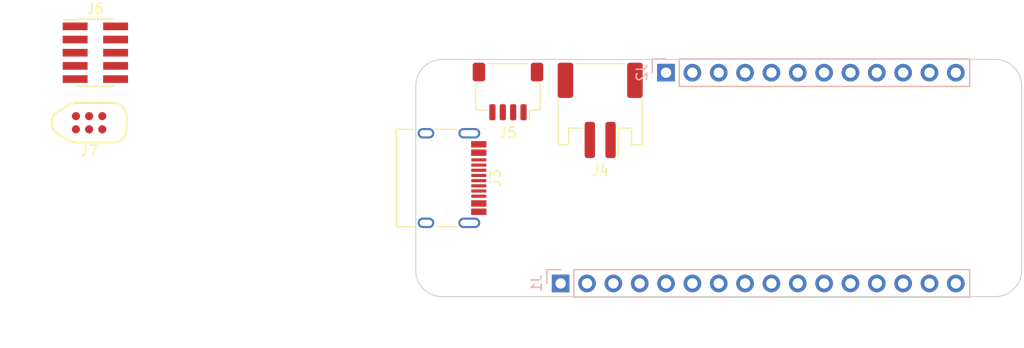
<source format=kicad_pcb>
(kicad_pcb (version 20221018) (generator pcbnew)
  (layers (0 "F.Cu" signal) (31 "B.Cu" signal) (34 "B.Paste" user) (35 "F.Paste" user) (36 "B.SilkS" user "B.Silkscreen") (37 "F.SilkS" user "F.Silkscreen") (38 "B.Mask" user) (39 "F.Mask" user) (44 "Edge.Cuts" user))
  (net 0 "")
  (net 1 "/D-")
  (net 2 "GND")
  (net 3 "/D+")
  (net 8 "Net-(J3-VBUS-PadA4)")
  (net 9 "+3.3V")
  (net 10 "/~{RESET}")
  (net 11 "/AREF")
  (net 12 "/A0")
  (net 13 "/A1")
  (net 14 "/A2")
  (net 15 "/A3")
  (net 16 "/A4{slash}D24")
  (net 17 "/A5{slash}D25")
  (net 18 "/SCK")
  (net 19 "/MOSI")
  (net 20 "/MISO")
  (net 21 "/RX{slash}D0")
  (net 22 "/TX{slash}D1")
  (net 23 "/<USER_DEFINED>")
  (net 24 "+BATT")
  (net 25 "/ENABLE")
  (net 26 "/VUSB")
  (net 27 "/D13")
  (net 28 "/D12")
  (net 29 "/D11")
  (net 30 "/D10")
  (net 31 "/D9")
  (net 32 "/D6")
  (net 33 "/D5")
  (net 34 "/SCL")
  (net 35 "/SDA")
  (net 36 "/QWIIC_SCL")
  (net 37 "/QWIIC_SDA")
  (net 38 "VCC")
  (net 39 "/SWDIO")
  (net 40 "/SWCLK")
  (net 41 "/SWO")
  (footprint "MountingHole:MountingHole_2.5mm" (layer "F.Cu") (at 121.92 53.34)
    (fp_text reference "H4" hide)
    (fp_text value "MountingHole" hide)
    (pad "" np_thru_hole circle locked (at 0 0) (size 2.5 2.5) (drill 2.5) (layers "*.Cu" "*.Mask"))
  )
  (footprint "Connector_JST:JST_PH_S2B-PH-SM4-TB_1x02-1MP_P2.00mm_Horizontal" (layer "F.Cu") (at 83.82 37.928 180)
    (fp_text reference "J4" (at 0 -5.8) (layer "F.SilkS"))
    (fp_text value "Conn_01x02_MountingPin")
    (fp_line (start -4.06 -3.31) (end -3.04 -3.31) (stroke (width 0.12)) (layer "F.SilkS"))
    (fp_line (start -4.06 0.94) (end -4.06 -3.31) (stroke (width 0.12)) (layer "F.SilkS"))
    (fp_line (start -3.04 -3.31) (end -3.04 -1.71) (stroke (width 0.12)) (layer "F.SilkS"))
    (fp_line (start -3.04 -1.71) (end -1.76 -1.71) (stroke (width 0.12)) (layer "F.SilkS"))
    (fp_line (start -2.34 4.51) (end 2.34 4.51) (stroke (width 0.12)) (layer "F.SilkS"))
    (fp_line (start -1.76 -1.71) (end -1.76 -4.6) (stroke (width 0.12)) (layer "F.SilkS"))
    (fp_line (start 3.04 -3.31) (end 3.04 -1.71) (stroke (width 0.12)) (layer "F.SilkS"))
    (fp_line (start 3.04 -1.71) (end 1.76 -1.71) (stroke (width 0.12)) (layer "F.SilkS"))
    (fp_line (start 4.06 -3.31) (end 3.04 -3.31) (stroke (width 0.12)) (layer "F.SilkS"))
    (fp_line (start 4.06 0.94) (end 4.06 -3.31) (stroke (width 0.12)) (layer "F.SilkS"))
    (pad "1" smd roundrect locked (at -1 -2.85 180) (size 1 3.5) (layers "F.Cu" "F.Paste" "F.Mask") (net 24 "+BATT"))
    (pad "2" smd roundrect locked (at 1 -2.85 180) (size 1 3.5) (layers "F.Cu" "F.Paste" "F.Mask") (net 2 "GND"))
    (pad "MP" smd roundrect locked (at -3.35 2.9 180) (size 1.5 3.4) (layers "F.Cu" "F.Paste" "F.Mask") (roundrect_rratio 0.166667) (net 2 "GND"))
    (pad "MP" smd roundrect locked (at 3.35 2.9 180) (size 1.5 3.4) (layers "F.Cu" "F.Paste" "F.Mask") (roundrect_rratio 0.166667) (net 2 "GND"))
  )
  (footprint "MountingHole:MountingHole_2.5mm" (layer "F.Cu") (at 121.92 35.56)
    (fp_text reference "H2" hide)
    (fp_text value "MountingHole" hide)
    (pad "" np_thru_hole circle locked (at 0 0) (size 2.5 2.5) (drill 2.5) (layers "*.Cu" "*.Mask"))
  )
  (footprint "Connector_USB:USB_C_Receptacle_HRO_TYPE-C-31-M-12" (layer "F.Cu") (at 68.072 44.45 -90)
    (fp_text reference "J3" (at 0 -5.645 90) (layer "F.SilkS"))
    (fp_text value "USB_C_Receptacle_USB2.0_16P")
    (fp_line (start -4.7 -1.9) (end -4.7 0.1) (stroke (width 0.12)) (layer "F.SilkS"))
    (fp_line (start -4.7 2) (end -4.7 3.9) (stroke (width 0.12)) (layer "F.SilkS"))
    (fp_line (start -4.7 3.9) (end 4.7 3.9) (stroke (width 0.12)) (layer "F.SilkS"))
    (fp_line (start 4.7 -1.9) (end 4.7 0.1) (stroke (width 0.12)) (layer "F.SilkS"))
    (fp_line (start 4.7 2) (end 4.7 3.9) (stroke (width 0.12)) (layer "F.SilkS"))
    (pad "" np_thru_hole circle (at -2.89 -2.6 270) (size 0.65 0.65) (drill 0.65) (layers "*.Cu" "*.Mask"))
    (pad "" np_thru_hole circle (at 2.89 -2.6 270) (size 0.65 0.65) (drill 0.65) (layers "*.Cu" "*.Mask"))
    (pad "A1" smd rect (at -3.25 -4.045 270) (size 0.6 1.45) (layers "F.Cu" "F.Paste" "F.Mask") (net 2 "GND"))
    (pad "A4" smd rect (at -2.45 -4.045 270) (size 0.6 1.45) (layers "F.Cu" "F.Paste" "F.Mask") (net 8 "Net-(J3-VBUS-PadA4)"))
    (pad "A5" smd rect (at -1.25 -4.045 270) (size 0.3 1.45) (layers "F.Cu" "F.Paste" "F.Mask"))
    (pad "A6" smd rect (at -0.25 -4.045 270) (size 0.3 1.45) (layers "F.Cu" "F.Paste" "F.Mask") (net 3 "/D+"))
    (pad "A7" smd rect (at 0.25 -4.045 270) (size 0.3 1.45) (layers "F.Cu" "F.Paste" "F.Mask") (net 1 "/D-"))
    (pad "A8" smd rect (at 1.25 -4.045 270) (size 0.3 1.45) (layers "F.Cu" "F.Paste" "F.Mask"))
    (pad "A9" smd rect (at 2.45 -4.045 270) (size 0.6 1.45) (layers "F.Cu" "F.Paste" "F.Mask") (net 8 "Net-(J3-VBUS-PadA4)"))
    (pad "A12" smd rect (at 3.25 -4.045 270) (size 0.6 1.45) (layers "F.Cu" "F.Paste" "F.Mask") (net 2 "GND"))
    (pad "B1" smd rect (at 3.25 -4.045 270) (size 0.6 1.45) (layers "F.Cu" "F.Paste" "F.Mask") (net 2 "GND"))
    (pad "B4" smd rect (at 2.45 -4.045 270) (size 0.6 1.45) (layers "F.Cu" "F.Paste" "F.Mask") (net 8 "Net-(J3-VBUS-PadA4)"))
    (pad "B5" smd rect (at 1.75 -4.045 270) (size 0.3 1.45) (layers "F.Cu" "F.Paste" "F.Mask"))
    (pad "B6" smd rect (at 0.75 -4.045 270) (size 0.3 1.45) (layers "F.Cu" "F.Paste" "F.Mask") (net 3 "/D+"))
    (pad "B7" smd rect (at -0.75 -4.045 270) (size 0.3 1.45) (layers "F.Cu" "F.Paste" "F.Mask") (net 1 "/D-"))
    (pad "B8" smd rect (at -1.75 -4.045 270) (size 0.3 1.45) (layers "F.Cu" "F.Paste" "F.Mask"))
    (pad "B9" smd rect (at -2.45 -4.045 270) (size 0.6 1.45) (layers "F.Cu" "F.Paste" "F.Mask") (net 8 "Net-(J3-VBUS-PadA4)"))
    (pad "B12" smd rect (at -3.25 -4.045 270) (size 0.6 1.45) (layers "F.Cu" "F.Paste" "F.Mask") (net 2 "GND"))
    (pad "S1" thru_hole oval (at -4.32 -3.13 270) (size 1 2.1) (drill oval 0.6 1.7) (layers "*.Cu" "*.Mask") (net 2 "GND"))
    (pad "S1" thru_hole oval (at -4.32 1.05 270) (size 1 1.6) (drill oval 0.6 1.2) (layers "*.Cu" "*.Mask") (net 2 "GND"))
    (pad "S1" thru_hole oval (at 4.32 -3.13 270) (size 1 2.1) (drill oval 0.6 1.7) (layers "*.Cu" "*.Mask") (net 2 "GND"))
    (pad "S1" thru_hole oval (at 4.32 1.05 270) (size 1 1.6) (drill oval 0.6 1.2) (layers "*.Cu" "*.Mask") (net 2 "GND"))
  )
  (footprint "MountingHole:MountingHole_2.5mm" (layer "F.Cu") (at 68.58 53.34)
    (fp_text reference "H3" hide)
    (fp_text value "MountingHole" hide)
    (pad "" np_thru_hole circle locked (at 0 0) (size 2.5 2.5) (drill 2.5) (layers "*.Cu" "*.Mask"))
  )
  (footprint "PCM_marbastlib-various:CON_TC2030_outlined" (layer "F.Cu") (at 34.544 39.116)
    (fp_text reference "J7" (at 0 2.7) (layer "F.SilkS"))
    (fp_text value "TC2030_SWD" hide)
    (fp_line (start -3.6195 0.008049) (end -3.6195 -0.008049) (stroke (width 0.2)) (layer "F.SilkS"))
    (fp_line (start -3.026877 -1.057203) (end -1.976732 -1.690178) (stroke (width 0.2)) (layer "F.SilkS"))
    (fp_line (start -1.976732 1.690178) (end -3.026877 1.057203) (stroke (width 0.2)) (layer "F.SilkS"))
    (fp_line (start -1.202392 -1.9055) (end 2.3195 -1.9055) (stroke (width 0.2)) (layer "F.SilkS"))
    (fp_line (start 2.3195 1.9055) (end -1.202392 1.9055) (stroke (width 0.2)) (layer "F.SilkS"))
    (fp_line (start 3.6195 -0.605499) (end 3.6195 0.605499) (stroke (width 0.2)) (layer "F.SilkS"))
    (fp_arc (start -3.6195 -0.008049) (mid -3.461104 -0.610529) (end -3.026877 -1.057203) (stroke (width 0.2)) (layer "F.SilkS"))
    (fp_arc (start -3.026877 1.057203) (mid -3.461104 0.610528) (end -3.6195 0.008049) (stroke (width 0.2)) (layer "F.SilkS"))
    (fp_arc (start -1.976732 -1.690178) (mid -1.604252 -1.850667) (end -1.202392 -1.9055) (stroke (width 0.2)) (layer "F.SilkS"))
    (fp_arc (start -1.202392 1.9055) (mid -1.604252 1.850667) (end -1.976732 1.690178) (stroke (width 0.2)) (layer "F.SilkS"))
    (fp_arc (start 2.319501 -1.9055) (mid 3.23874 -1.524738) (end 3.6195 -0.605499) (stroke (width 0.2)) (layer "F.SilkS"))
    (fp_arc (start 3.6195 0.605498) (mid 3.238739 1.524738) (end 2.3195 1.9055) (stroke (width 0.2)) (layer "F.SilkS"))
    (pad "" np_thru_hole circle (at -2.54 0) (size 0.9906 0.9906) (drill 0.9906) (layers "*.Cu" "*.Mask"))
    (pad "" np_thru_hole circle (at 2.54 -1.016) (size 0.9906 0.9906) (drill 0.9906) (layers "*.Cu" "*.Mask"))
    (pad "" np_thru_hole circle (at 2.54 1.016) (size 0.9906 0.9906) (drill 0.9906) (layers "*.Cu" "*.Mask"))
    (pad "1" connect circle (at -1.27 0.635) (size 0.7874 0.7874) (layers "F.Cu" "F.Mask") (net 38 "VCC"))
    (pad "2" connect circle (at -1.27 -0.635) (size 0.7874 0.7874) (layers "F.Cu" "F.Mask") (net 39 "/SWDIO"))
    (pad "3" connect circle (at 0 0.635) (size 0.7874 0.7874) (layers "F.Cu" "F.Mask") (net 10 "/~{RESET}"))
    (pad "4" connect circle (at 0 -0.635) (size 0.7874 0.7874) (layers "F.Cu" "F.Mask") (net 40 "/SWCLK"))
    (pad "5" connect circle (at 1.27 0.635) (size 0.7874 0.7874) (layers "F.Cu" "F.Mask") (net 2 "GND"))
    (pad "6" connect circle (at 1.27 -0.635) (size 0.7874 0.7874) (layers "F.Cu" "F.Mask") (net 41 "/SWO"))
  )
  (footprint "MountingHole:MountingHole_2.5mm" (layer "F.Cu") (at 68.58 35.56)
    (fp_text reference "H1" hide)
    (fp_text value "MountingHole" hide)
    (pad "" np_thru_hole circle locked (at 0 0) (size 2.5 2.5) (drill 2.5) (layers "*.Cu" "*.Mask"))
  )
  (footprint "Connector_PinHeader_1.27mm:PinHeader_2x05_P1.27mm_Vertical_SMD" (layer "F.Cu") (at 35.1495 32.366)
    (fp_text reference "J6" (at 0 -4.235) (layer "F.SilkS"))
    (fp_text value "Conn_ARM_JTAG_SWD_10")
    (fp_line (start -3.09 -3.17) (end -1.765 -3.17) (stroke (width 0.12)) (layer "F.SilkS"))
    (fp_line (start -1.765 -3.235) (end -1.765 -3.17) (stroke (width 0.12)) (layer "F.SilkS"))
    (fp_line (start -1.765 -3.235) (end 1.765 -3.235) (stroke (width 0.12)) (layer "F.SilkS"))
    (fp_line (start -1.765 3.17) (end -1.765 3.235) (stroke (width 0.12)) (layer "F.SilkS"))
    (fp_line (start -1.765 3.235) (end 1.765 3.235) (stroke (width 0.12)) (layer "F.SilkS"))
    (fp_line (start 1.765 -3.235) (end 1.765 -3.17) (stroke (width 0.12)) (layer "F.SilkS"))
    (fp_line (start 1.765 3.17) (end 1.765 3.235) (stroke (width 0.12)) (layer "F.SilkS"))
    (pad "1" smd rect (at -1.95 -2.54) (size 2.4 0.74) (layers "F.Cu" "F.Paste" "F.Mask") (net 38 "VCC"))
    (pad "2" smd rect (at 1.95 -2.54) (size 2.4 0.74) (layers "F.Cu" "F.Paste" "F.Mask") (net 39 "/SWDIO"))
    (pad "3" smd rect (at -1.95 -1.27) (size 2.4 0.74) (layers "F.Cu" "F.Paste" "F.Mask") (net 2 "GND"))
    (pad "4" smd rect (at 1.95 -1.27) (size 2.4 0.74) (layers "F.Cu" "F.Paste" "F.Mask") (net 40 "/SWCLK"))
    (pad "5" smd rect (at -1.95 0) (size 2.4 0.74) (layers "F.Cu" "F.Paste" "F.Mask") (net 2 "GND"))
    (pad "6" smd rect (at 1.95 0) (size 2.4 0.74) (layers "F.Cu" "F.Paste" "F.Mask") (net 41 "/SWO"))
    (pad "7" smd rect (at -1.95 1.27) (size 2.4 0.74) (layers "F.Cu" "F.Paste" "F.Mask"))
    (pad "8" smd rect (at 1.95 1.27) (size 2.4 0.74) (layers "F.Cu" "F.Paste" "F.Mask"))
    (pad "9" smd rect (at -1.95 2.54) (size 2.4 0.74) (layers "F.Cu" "F.Paste" "F.Mask") (net 2 "GND"))
    (pad "10" smd rect (at 1.95 2.54) (size 2.4 0.74) (layers "F.Cu" "F.Paste" "F.Mask") (net 10 "/~{RESET}"))
  )
  (footprint "Connector_JST:JST_SH_SM04B-SRSS-TB_1x04-1MP_P1.00mm_Horizontal" (layer "F.Cu") (at 74.93 36.103 180)
    (fp_text reference "J5" (at 0 -3.98) (layer "F.SilkS"))
    (fp_text value "Conn_01x04_MountingPin")
    (fp_line (start -3.11 -1.785) (end -2.06 -1.785) (stroke (width 0.12)) (layer "F.SilkS"))
    (fp_line (start -3.11 0.715) (end -3.11 -1.785) (stroke (width 0.12)) (layer "F.SilkS"))
    (fp_line (start -2.06 -1.785) (end -2.06 -2.775) (stroke (width 0.12)) (layer "F.SilkS"))
    (fp_line (start -1.94 2.685) (end 1.94 2.685) (stroke (width 0.12)) (layer "F.SilkS"))
    (fp_line (start 3.11 -1.785) (end 2.06 -1.785) (stroke (width 0.12)) (layer "F.SilkS"))
    (fp_line (start 3.11 0.715) (end 3.11 -1.785) (stroke (width 0.12)) (layer "F.SilkS"))
    (pad "1" smd roundrect locked (at -1.5 -2 180) (size 0.6 1.55) (layers "F.Cu" "F.Paste" "F.Mask") (net 2 "GND"))
    (pad "2" smd roundrect locked (at -0.5 -2 180) (size 0.6 1.55) (layers "F.Cu" "F.Paste" "F.Mask") (net 9 "+3.3V"))
    (pad "3" smd roundrect locked (at 0.5 -2 180) (size 0.6 1.55) (layers "F.Cu" "F.Paste" "F.Mask") (net 37 "/QWIIC_SDA"))
    (pad "4" smd roundrect locked (at 1.5 -2 180) (size 0.6 1.55) (layers "F.Cu" "F.Paste" "F.Mask") (net 36 "/QWIIC_SCL"))
    (pad "MP" smd roundrect locked (at -2.8 1.875 180) (size 1.2 1.8) (layers "F.Cu" "F.Paste" "F.Mask") (roundrect_rratio 0.208333) (net 2 "GND"))
    (pad "MP" smd roundrect locked (at 2.8 1.875 180) (size 1.2 1.8) (layers "F.Cu" "F.Paste" "F.Mask") (roundrect_rratio 0.208333) (net 2 "GND"))
  )
  (footprint "Connector_PinHeader_2.54mm:PinHeader_1x16_P2.54mm_Vertical" (layer "B.Cu") (at 80.01 54.61 -90)
    (fp_text reference "J1" (at 0 2.33 90) (layer "B.SilkS") (effects (justify mirror)))
    (fp_text value "Conn_01x16_Pin")
    (fp_line (start -1.33 -39.43) (end 1.33 -39.43) (stroke (width 0.12)) (layer "B.SilkS"))
    (fp_line (start -1.33 -1.27) (end -1.33 -39.43) (stroke (width 0.12)) (layer "B.SilkS"))
    (fp_line (start -1.33 -1.27) (end 1.33 -1.27) (stroke (width 0.12)) (layer "B.SilkS"))
    (fp_line (start -1.33 0) (end -1.33 1.33) (stroke (width 0.12)) (layer "B.SilkS"))
    (fp_line (start -1.33 1.33) (end 0 1.33) (stroke (width 0.12)) (layer "B.SilkS"))
    (fp_line (start 1.33 -1.27) (end 1.33 -39.43) (stroke (width 0.12)) (layer "B.SilkS"))
    (pad "1" thru_hole rect locked (at 0 0 270) (size 1.7 1.7) (drill 1) (layers "*.Cu" "*.Mask") (net 10 "/~{RESET}"))
    (pad "2" thru_hole oval locked (at 0 -2.54 270) (size 1.7 1.7) (drill 1) (layers "*.Cu" "*.Mask") (net 9 "+3.3V"))
    (pad "3" thru_hole oval locked (at 0 -5.08 270) (size 1.7 1.7) (drill 1) (layers "*.Cu" "*.Mask") (net 11 "/AREF"))
    (pad "4" thru_hole oval locked (at 0 -7.62 270) (size 1.7 1.7) (drill 1) (layers "*.Cu" "*.Mask") (net 2 "GND"))
    (pad "5" thru_hole oval locked (at 0 -10.16 270) (size 1.7 1.7) (drill 1) (layers "*.Cu" "*.Mask") (net 12 "/A0"))
    (pad "6" thru_hole oval locked (at 0 -12.7 270) (size 1.7 1.7) (drill 1) (layers "*.Cu" "*.Mask") (net 13 "/A1"))
    (pad "7" thru_hole oval locked (at 0 -15.24 270) (size 1.7 1.7) (drill 1) (layers "*.Cu" "*.Mask") (net 14 "/A2"))
    (pad "8" thru_hole oval locked (at 0 -17.78 270) (size 1.7 1.7) (drill 1) (layers "*.Cu" "*.Mask") (net 15 "/A3"))
    (pad "9" thru_hole oval locked (at 0 -20.32 270) (size 1.7 1.7) (drill 1) (layers "*.Cu" "*.Mask") (net 16 "/A4{slash}D24"))
    (pad "10" thru_hole oval locked (at 0 -22.86 270) (size 1.7 1.7) (drill 1) (layers "*.Cu" "*.Mask") (net 17 "/A5{slash}D25"))
    (pad "11" thru_hole oval locked (at 0 -25.4 270) (size 1.7 1.7) (drill 1) (layers "*.Cu" "*.Mask") (net 18 "/SCK"))
    (pad "12" thru_hole oval locked (at 0 -27.94 270) (size 1.7 1.7) (drill 1) (layers "*.Cu" "*.Mask") (net 19 "/MOSI"))
    (pad "13" thru_hole oval locked (at 0 -30.48 270) (size 1.7 1.7) (drill 1) (layers "*.Cu" "*.Mask") (net 20 "/MISO"))
    (pad "14" thru_hole oval locked (at 0 -33.02 270) (size 1.7 1.7) (drill 1) (layers "*.Cu" "*.Mask") (net 21 "/RX{slash}D0"))
    (pad "15" thru_hole oval locked (at 0 -35.56 270) (size 1.7 1.7) (drill 1) (layers "*.Cu" "*.Mask") (net 22 "/TX{slash}D1"))
    (pad "16" thru_hole oval locked (at 0 -38.1 270) (size 1.7 1.7) (drill 1) (layers "*.Cu" "*.Mask") (net 23 "/<USER_DEFINED>"))
  )
  (footprint "Connector_PinHeader_2.54mm:PinHeader_1x12_P2.54mm_Vertical" (layer "B.Cu") (at 90.17 34.29 -90)
    (fp_text reference "J2" (at 0 2.33 90) (layer "B.SilkS") (effects (justify mirror)))
    (fp_text value "Conn_01x12_Pin")
    (fp_line (start -1.33 -29.27) (end 1.33 -29.27) (stroke (width 0.12)) (layer "B.SilkS"))
    (fp_line (start -1.33 -1.27) (end -1.33 -29.27) (stroke (width 0.12)) (layer "B.SilkS"))
    (fp_line (start -1.33 -1.27) (end 1.33 -1.27) (stroke (width 0.12)) (layer "B.SilkS"))
    (fp_line (start -1.33 0) (end -1.33 1.33) (stroke (width 0.12)) (layer "B.SilkS"))
    (fp_line (start -1.33 1.33) (end 0 1.33) (stroke (width 0.12)) (layer "B.SilkS"))
    (fp_line (start 1.33 -1.27) (end 1.33 -29.27) (stroke (width 0.12)) (layer "B.SilkS"))
    (pad "1" thru_hole rect locked (at 0 0 270) (size 1.7 1.7) (drill 1) (layers "*.Cu" "*.Mask") (net 24 "+BATT"))
    (pad "2" thru_hole oval locked (at 0 -2.54 270) (size 1.7 1.7) (drill 1) (layers "*.Cu" "*.Mask") (net 25 "/ENABLE"))
    (pad "3" thru_hole oval locked (at 0 -5.08 270) (size 1.7 1.7) (drill 1) (layers "*.Cu" "*.Mask") (net 26 "/VUSB"))
    (pad "4" thru_hole oval locked (at 0 -7.62 270) (size 1.7 1.7) (drill 1) (layers "*.Cu" "*.Mask") (net 27 "/D13"))
    (pad "5" thru_hole oval locked (at 0 -10.16 270) (size 1.7 1.7) (drill 1) (layers "*.Cu" "*.Mask") (net 28 "/D12"))
    (pad "6" thru_hole oval locked (at 0 -12.7 270) (size 1.7 1.7) (drill 1) (layers "*.Cu" "*.Mask") (net 29 "/D11"))
    (pad "7" thru_hole oval locked (at 0 -15.24 270) (size 1.7 1.7) (drill 1) (layers "*.Cu" "*.Mask") (net 30 "/D10"))
    (pad "8" thru_hole oval locked (at 0 -17.78 270) (size 1.7 1.7) (drill 1) (layers "*.Cu" "*.Mask") (net 31 "/D9"))
    (pad "9" thru_hole oval locked (at 0 -20.32 270) (size 1.7 1.7) (drill 1) (layers "*.Cu" "*.Mask") (net 32 "/D6"))
    (pad "10" thru_hole oval locked (at 0 -22.86 270) (size 1.7 1.7) (drill 1) (layers "*.Cu" "*.Mask") (net 33 "/D5"))
    (pad "11" thru_hole oval locked (at 0 -25.4 270) (size 1.7 1.7) (drill 1) (layers "*.Cu" "*.Mask") (net 34 "/SCL"))
    (pad "12" thru_hole oval locked (at 0 -27.94 270) (size 1.7 1.7) (drill 1) (layers "*.Cu" "*.Mask") (net 35 "/SDA"))
  )
  (gr_arc locked (start 124.46 53.34) (mid 123.716051 55.136051) (end 121.92 55.88) (stroke (width 0.1)) (layer "Edge.Cuts"))
  (gr_arc locked (start 121.92 33.02) (mid 123.716051 33.763949) (end 124.46 35.56) (stroke (width 0.1)) (layer "Edge.Cuts"))
  (gr_arc locked (start 66.04 35.56) (mid 66.783949 33.763949) (end 68.58 33.02) (stroke (width 0.1)) (layer "Edge.Cuts"))
  (gr_line locked (start 68.58 33.02) (end 121.92 33.02) (stroke (width 0.1)) (layer "Edge.Cuts"))
  (gr_line locked (start 66.04 53.34) (end 66.04 35.56) (stroke (width 0.1)) (layer "Edge.Cuts"))
  (gr_arc locked (start 68.58 55.88) (mid 66.783949 55.136051) (end 66.04 53.34) (stroke (width 0.1)) (layer "Edge.Cuts"))
  (gr_line locked (start 124.46 35.56) (end 124.46 53.34) (stroke (width 0.1)) (layer "Edge.Cuts"))
  (gr_line locked (start 121.92 55.88) (end 68.58 55.88) (stroke (width 0.1)) (layer "Edge.Cuts"))
)
</source>
